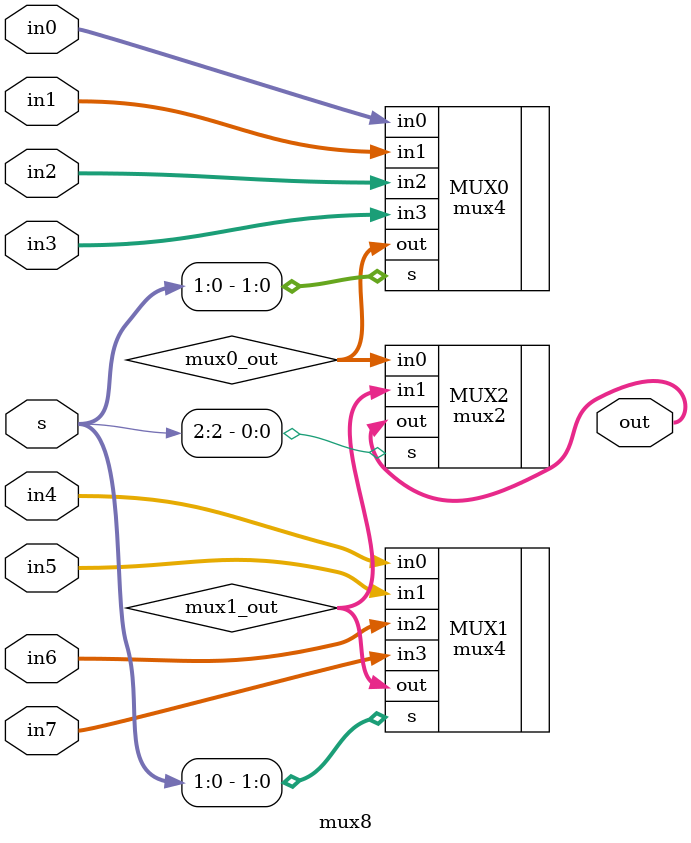
<source format=sv>
`default_nettype none

module mux8(in0, in1, in2, in3, in4, in5, in6, in7, s, out);

parameter N=32;
input wire [N-1:0] in0, in1, in2, in3, in4, in5, in6, in7;
input wire [2:0] s;
output logic [N-1:0] out;

wire [N-1:0] mux0_out, mux1_out;

mux4 #(.N(N)) MUX0 (.in0(in0), .in1(in1), .in2(in2), .in3(in3), .s(s[1:0]), .out(mux0_out));
mux4 #(.N(N)) MUX1 (.in0(in4), .in1(in5), .in2(in6), .in3(in7), .s(s[1:0]), .out(mux1_out));
mux2 #(.N(N)) MUX2 (.in0(mux0_out), .in1(mux1_out), .s(s[2]), .out(out));

endmodule

</source>
